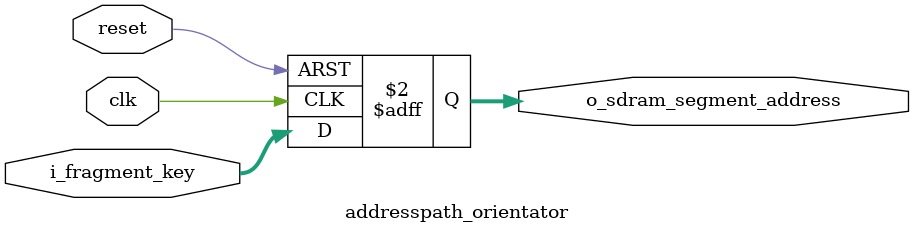
<source format=v>

module addresspath_orientator (
        // clock and reset
        input						clk,
        input 						reset, 
        
        // commmon i/o
        input		[ADDR_WID-1:0]	i_fragment_key,
        output 	reg [ADDR_WID-1:0]	o_sdram_segment_address // address
	);
// ===================================================
//	 Parameters
// ===================================================	
    parameter	DATA_BITS = 10; // Key length
    parameter 	FRAGMENTS = 5;	// Number of fragments
    parameter 	FRAG_BITS = 3;	// Number of bits represent for number of fragments

// ===================================================
//	 Local Parameters
// ===================================================
    localparam 	FRAG_WID  = (DATA_BITS/FRAGMENTS);
    localparam 	ADDR_WID  = FRAG_BITS+FRAG_WID;
	
// ===================================================
//	 Logic Declarations
// ===================================================
	// Fragment as address
	always @(posedge clk or posedge reset)
	begin 
		if   (reset)	o_sdram_segment_address <= 0;
		else 			o_sdram_segment_address <= i_fragment_key;
	end
endmodule
</source>
